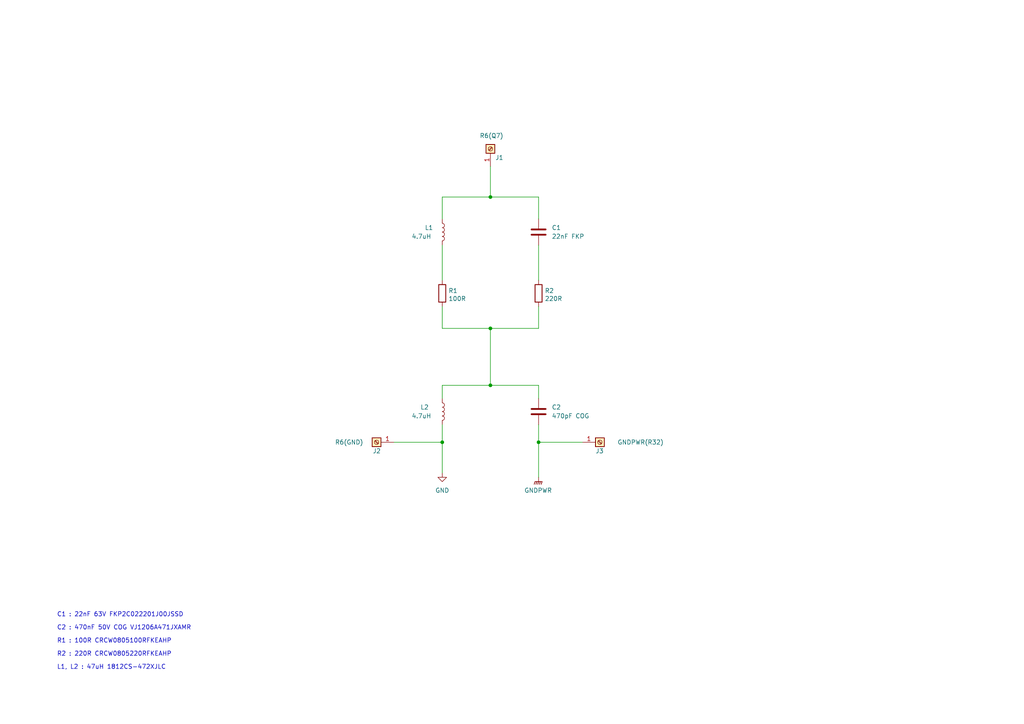
<source format=kicad_sch>
(kicad_sch (version 20230121) (generator eeschema)
  (paper "A4")
  (title_block (title "Q17 R6 Filter") (date "2023-09-14") (rev "1.0") (company "by stef") (comment 1 "Based on an idea from Tim."))
  (lib_symbols
    (symbol "Connector:Screw_Terminal_01x01" (pin_names (offset 1.016) hide)
      (property "Reference" "J" (at 0 2.54 0))
      (property "Value" "Screw_Terminal_01x01" (at 0 -2.54 0))
      (symbol "Screw_Terminal_01x01_1_1"
        (rectangle (start -1.27 1.27) (end 1.27 -1.27) (stroke (width 0.254)) (fill (type background)))
        (polyline (pts (xy -0.5334 0.3302) (xy 0.3302 -0.508)) (stroke (width 0.1524)))
        (polyline (pts (xy -0.3556 0.508) (xy 0.508 -0.3302)) (stroke (width 0.1524)))
        (circle (center 0 0) (radius 0.635) (stroke (width 0.1524)))
        (pin passive line (at -5.08 0 0) (length 3.81) (name "Pin_1") (number "1"))
      )
    )
    (symbol "Device:C" (pin_numbers hide) (pin_names (offset 0.254))
      (property "Reference" "C" (at 0.635 2.54 0))
      (property "Value" "C" (at 0.635 -2.54 0))
      (symbol "C_0_1"
        (polyline (pts (xy -2.032 -0.762) (xy 2.032 -0.762)) (stroke (width 0.508)))
        (polyline (pts (xy -2.032 0.762) (xy 2.032 0.762)) (stroke (width 0.508)))
      )
      (symbol "C_1_1"
        (pin passive line (at 0 3.81 270) (length 2.794) (name "~") (number "1"))
        (pin passive line (at 0 -3.81 90) (length 2.794) (name "~") (number "2"))
      )
    )
    (symbol "Device:L" (pin_numbers hide) (pin_names (offset 1.016) hide)
      (property "Reference" "L" (at -1.27 0 90))
      (property "Value" "L" (at 1.905 0 90))
      (symbol "L_0_1"
        (arc (start 0 -2.54) (mid 0.6323 -1.905) (end 0 -1.27))
        (arc (start 0 -1.27) (mid 0.6323 -0.635) (end 0 0))
        (arc (start 0 0) (mid 0.6323 0.635) (end 0 1.27))
        (arc (start 0 1.27) (mid 0.6323 1.905) (end 0 2.54))
      )
      (symbol "L_1_1"
        (pin passive line (at 0 3.81 270) (length 1.27) (name "1") (number "1"))
        (pin passive line (at 0 -3.81 90) (length 1.27) (name "2") (number "2"))
      )
    )
    (symbol "Device:R" (pin_numbers hide) (pin_names (offset 0))
      (property "Reference" "R" (at 2.032 0 90))
      (property "Value" "R" (at 0 0 90))
      (symbol "R_0_1"
        (rectangle (start -1.016 -2.54) (end 1.016 2.54) (stroke (width 0.254)))
      )
      (symbol "R_1_1"
        (pin passive line (at 0 3.81 270) (length 1.27) (name "~") (number "1"))
        (pin passive line (at 0 -3.81 90) (length 1.27) (name "~") (number "2"))
      )
    )
    (symbol "power:GND" (power) (pin_names (offset 0))
      (property "Value" "GND" (at 0 -3.81 0))
      (symbol "GND_0_1"
        (polyline (pts (xy 0 0) (xy 0 -1.27) (xy 1.27 -1.27) (xy 0 -2.54) (xy -1.27 -1.27) (xy 0 -1.27)))
      )
      (symbol "GND_1_1"
        (pin power_in line (at 0 0 270) (length 0) hide (name "GND") (number "1"))
      )
    )
    (symbol "power:GNDPWR" (power) (pin_names (offset 0))
      (property "Value" "GNDPWR" (at 0 -3.302 0))
      (symbol "GNDPWR_0_1"
        (polyline (pts (xy 0 -1.27) (xy 0 0)))
        (polyline (pts (xy -1.016 -1.27) (xy -1.27 -2.032) (xy -1.27 -2.032)) (stroke (width 0.2032)))
        (polyline (pts (xy -0.508 -1.27) (xy -0.762 -2.032) (xy -0.762 -2.032)) (stroke (width 0.2032)))
        (polyline (pts (xy 0 -1.27) (xy -0.254 -2.032) (xy -0.254 -2.032)) (stroke (width 0.2032)))
        (polyline (pts (xy 0.508 -1.27) (xy 0.254 -2.032) (xy 0.254 -2.032)) (stroke (width 0.2032)))
        (polyline (pts (xy 1.016 -1.27) (xy -1.016 -1.27) (xy -1.016 -1.27)) (stroke (width 0.2032)))
        (polyline (pts (xy 1.016 -1.27) (xy 0.762 -2.032) (xy 0.762 -2.032) (xy 0.762 -2.032)) (stroke (width 0.2032)))
      )
      (symbol "GNDPWR_1_1"
        (pin power_in line (at 0 0 270) (length 0) hide (name "GNDPWR") (number "1"))
      )
    )
  )
  (junction (at 128.27 128.27))
  (junction (at 156.21 128.27))
  (junction (at 142.24 57.15))
  (junction (at 142.24 111.76))
  (junction (at 142.24 95.25))
  (wire (pts (xy 128.27 95.25) (xy 142.24 95.25)))
  (wire (pts (xy 156.21 111.76) (xy 156.21 115.57)))
  (wire (pts (xy 142.24 95.25) (xy 142.24 111.76)))
  (wire (pts (xy 156.21 63.5) (xy 156.21 57.15)))
  (wire (pts (xy 156.21 88.9) (xy 156.21 95.25)))
  (wire (pts (xy 128.27 123.19) (xy 128.27 128.27)))
  (wire (pts (xy 156.21 128.27) (xy 156.21 138.43)))
  (wire (pts (xy 142.24 111.76) (xy 156.21 111.76)))
  (wire (pts (xy 128.27 115.57) (xy 128.27 111.76)))
  (wire (pts (xy 142.24 48.26) (xy 142.24 57.15)))
  (wire (pts (xy 142.24 57.15) (xy 128.27 57.15)))
  (wire (pts (xy 128.27 111.76) (xy 142.24 111.76)))
  (wire (pts (xy 156.21 57.15) (xy 142.24 57.15)))
  (wire (pts (xy 128.27 57.15) (xy 128.27 63.5)))
  (wire (pts (xy 128.27 128.27) (xy 128.27 137.16)))
  (wire (pts (xy 156.21 123.19) (xy 156.21 128.27)))
  (wire (pts (xy 114.3 128.27) (xy 128.27 128.27)))
  (wire (pts (xy 128.27 88.9) (xy 128.27 95.25)))
  (wire (pts (xy 142.24 95.25) (xy 156.21 95.25)))
  (wire (pts (xy 156.21 71.12) (xy 156.21 81.28)))
  (wire (pts (xy 128.27 71.12) (xy 128.27 81.28)))
  (wire (pts (xy 156.21 128.27) (xy 168.91 128.27)))
  (text "C1 : 22nF 63V FKP2C022201J00JSSD" (at 16.51 179.07 0) (effects (font (size 1.27 1.27)) (justify left bottom)))
  (text "R2 : 220R CRCW0805220RFKEAHP" (at 16.51 190.5 0) (effects (font (size 1.27 1.27)) (justify left bottom)))
  (text "R1 : 100R CRCW0805100RFKEAHP" (at 16.51 186.69 0) (effects (font (size 1.27 1.27)) (justify left bottom)))
  (text "L1, L2 : 47uH 1812CS-472XJLC" (at 16.51 194.31 0) (effects (font (size 1.27 1.27)) (justify left bottom)))
  (text "C2 : 470nF 50V COG VJ1206A471JXAMR" (at 16.51 182.88 0) (effects (font (size 1.27 1.27)) (justify left bottom)))
  (symbol (lib_id "Device:R") (at 128.27 85.09 0) (unit 1)
    (property "Reference" "R1" (at 130.0481 84.3291 0) (effects (justify left)))
    (property "Value" "100R" (at 130.0481 86.6278 0) (effects (justify left)))
    (property "Footprint" "Resistor_SMD:R_0805_2012Metric_Pad1.20x1.40mm_HandSolder" (effects hide))
    (property "Datasheet" "https://www.vishay.com/docs/20043.pdf" (effects hide))
    (property "Part#" "CRCW0805100RFKEAHP" (effects hide))
    (property "Mouser" "71-CRCW0805100RFKEAH" (effects hide))
  )
  (symbol (lib_id "power:GNDPWR") (at 156.21 138.43 0) (unit 1)
    (property "Reference" "#PWR03" (effects hide))
    (property "Value" "GNDPWR" (at 156.083 142.24 0))
  )
  (symbol (lib_id "Connector:Screw_Terminal_01x01") (at 173.99 128.27 0) (unit 1)
    (property "Reference" "J3" (at 172.72 130.81 0) (effects (justify left)))
    (property "Value" "GNDPWR(R32)" (at 179.07 128.27 0) (effects (justify left)))
    (property "Footprint" "Connector_PinHeader_1.27mm:PinHeader_1x01_P1.27mm_Vertical" (effects hide))
  )
  (symbol (lib_id "Device:L") (at 128.27 67.31 0) (unit 1)
    (property "Reference" "L1" (at 123.19 66.04 0) (effects (justify left)))
    (property "Value" "4.7uH" (at 119.38 68.58 0) (effects (justify left)))
    (property "Footprint" "Inductor_SMD:L_1812_4532Metric_Pad1.30x3.40mm_HandSolder" (effects hide))
    (property "Datasheet" "https://www.mouser.fr/datasheet/2/597/1812cs-270698.pdf" (effects hide))
    (property "Part#" "1812CS-472XJLC" (effects hide))
    (property "Mouser" "994-1812CS-472XJLC" (effects hide))
  )
  (symbol (lib_id "Device:C") (at 156.21 119.38 0) (unit 1)
    (property "Reference" "C2" (at 160.02 118.11 0) (effects (justify left)))
    (property "Value" "470pF COG" (at 160.02 120.65 0) (effects (justify left)))
    (property "Footprint" "Capacitor_SMD:C_1206_3216Metric_Pad1.33x1.80mm_HandSolder" (effects hide))
    (property "Datasheet" "https://www.vishay.com/doc?45199" (effects hide))
    (property "Part#" "VJ1206A471JXAMR" (effects hide))
    (property "Mouser" "77-VJ1206A471JXAMR" (effects hide))
  )
  (symbol (lib_id "Device:C") (at 156.21 67.31 0) (unit 1)
    (property "Reference" "C1" (at 160.02 66.04 0) (effects (justify left)))
    (property "Value" "22nF FKP" (at 160.02 68.58 0) (effects (justify left)))
    (property "Footprint" "Capacitor_THT:C_Rect_L7.2mm_W7.2mm_P5.00mm_FKS2_FKP2_MKS2_MKP2" (effects hide))
    (property "Datasheet" "https://www.mouser.fr/datasheet/2/440/e_WIMA_FKP_2-1139852.pdf" (effects hide))
    (property "Part#" "FKP2C022201J00JSSD" (effects hide))
    (property "Mouser" "505-FKP2-.022/63/2.5" (effects hide))
  )
  (symbol (lib_id "Device:R") (at 156.21 85.09 0) (unit 1)
    (property "Reference" "R2" (at 157.9881 84.3291 0) (effects (justify left)))
    (property "Value" "220R" (at 157.9881 86.6278 0) (effects (justify left)))
    (property "Footprint" "Resistor_SMD:R_0805_2012Metric_Pad1.20x1.40mm_HandSolder" (effects hide))
    (property "Datasheet" "https://www.vishay.com/docs/20043.pdf" (effects hide))
    (property "Part#" "CRCW0805220RFKEAHP" (effects hide))
    (property "Mouser" "71-CRCW0805220RFKEAH" (effects hide))
  )
  (symbol (lib_id "Connector:Screw_Terminal_01x01") (at 142.24 43.18 90) (unit 1)
    (property "Reference" "J1" (at 146.05 45.72 90) (effects (justify left)))
    (property "Value" "R6(Q7)" (at 146.05 39.37 90) (effects (justify left)))
    (property "Footprint" "Connector_PinHeader_1.27mm:PinHeader_1x01_P1.27mm_Horizontal" (effects hide))
  )
  (symbol (lib_id "power:GND") (at 128.27 137.16 0) (unit 1)
    (property "Reference" "#PWR02" (effects hide))
    (property "Value" "GND" (at 128.27 142.24 0))
  )
  (symbol (lib_id "Device:L") (at 128.27 119.38 0) (unit 1)
    (property "Reference" "L2" (at 121.92 118.11 0) (effects (justify left)))
    (property "Value" "4.7uH" (at 119.38 120.65 0) (effects (justify left)))
    (property "Footprint" "Inductor_SMD:L_1812_4532Metric_Pad1.30x3.40mm_HandSolder" (effects hide))
    (property "Datasheet" "https://www.mouser.fr/datasheet/2/597/1812cs-270698.pdf" (effects hide))
    (property "Part#" "1812CS-472XJLC" (effects hide))
    (property "Mouser" "994-1812CS-472XJLC" (effects hide))
  )
  (symbol (lib_id "Connector:Screw_Terminal_01x01") (at 109.22 128.27 180) (unit 1)
    (property "Reference" "J2" (at 110.49 130.81 0) (effects (justify left)))
    (property "Value" "R6(GND)" (at 105.41 128.27 0) (effects (justify left)))
    (property "Footprint" "Connector_PinHeader_1.27mm:PinHeader_1x01_P1.27mm_Horizontal" (effects hide))
  )
)
</source>
